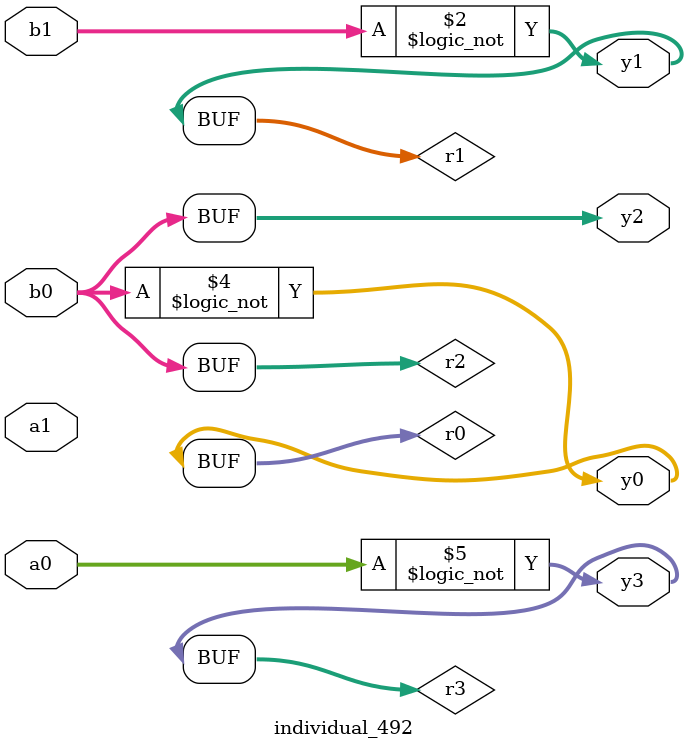
<source format=sv>
module individual_492(input logic [15:0] a1, input logic [15:0] a0, input logic [15:0] b1, input logic [15:0] b0, output logic [15:0] y3, output logic [15:0] y2, output logic [15:0] y1, output logic [15:0] y0);
logic [15:0] r0, r1, r2, r3; 
 always@(*) begin 
	 r0 = a0; r1 = a1; r2 = b0; r3 = b1; 
 	 r1 = ! r3 ;
 	 r3  |=  r2 ;
 	 r0 = ! r2 ;
 	 r3 = ! a0 ;
 	 y3 = r3; y2 = r2; y1 = r1; y0 = r0; 
end
endmodule
</source>
